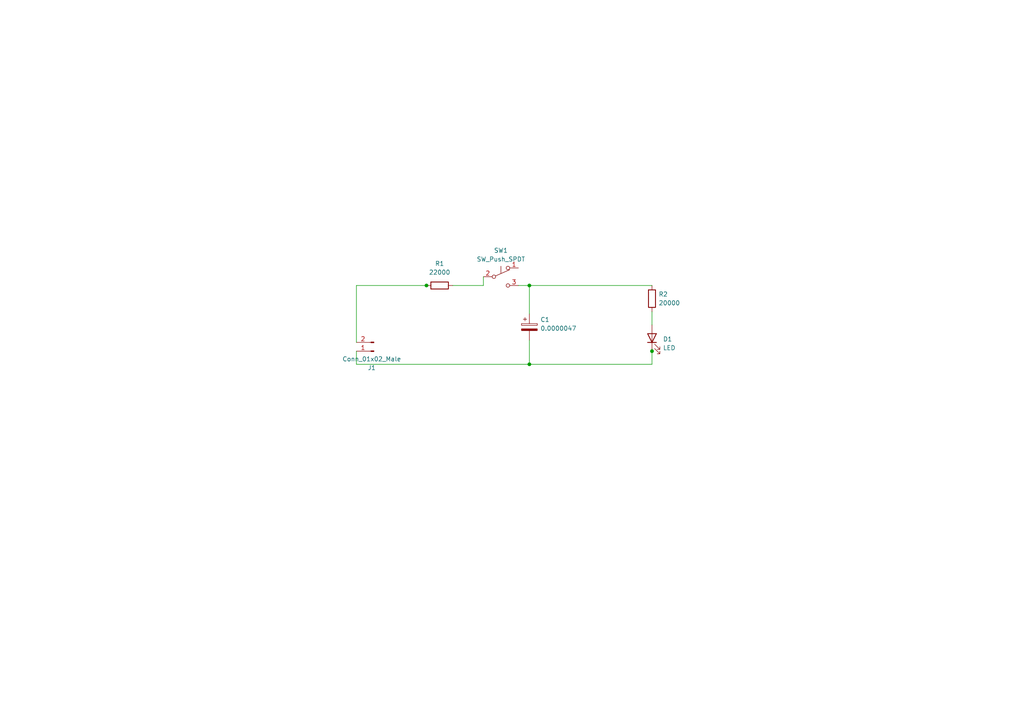
<source format=kicad_sch>
(kicad_sch (version 20211123) (generator eeschema)
  (paper "A4")
  (lib_symbols
    (symbol "Connector:Conn_01x02_Male" (pin_names (offset 1.016) hide)
      (property "Reference" "J" (at 0 2.54 0))
      (property "Value" "Conn_01x02_Male" (at 0 -5.08 0))
      (symbol "Conn_01x02_Male_1_1"
        (polyline (pts (xy 1.27 -2.54) (xy 0.8636 -2.54)) (stroke (width 0.1524)))
        (polyline (pts (xy 1.27 0) (xy 0.8636 0)) (stroke (width 0.1524)))
        (rectangle (start 0.8636 -2.413) (end 0 -2.667) (stroke (width 0.1524)) (fill (type outline)))
        (rectangle (start 0.8636 0.127) (end 0 -0.127) (stroke (width 0.1524)) (fill (type outline)))
        (pin passive line (at 5.08 0 180) (length 3.81) (name "Pin_1") (number "1"))
        (pin passive line (at 5.08 -2.54 180) (length 3.81) (name "Pin_2") (number "2"))
      )
    )
    (symbol "Device:C_Polarized" (pin_numbers hide) (pin_names (offset 0.254))
      (property "Reference" "C" (at 0.635 2.54 0))
      (property "Value" "C_Polarized" (at 0.635 -2.54 0))
      (symbol "C_Polarized_0_1"
        (rectangle (start -2.286 0.508) (end 2.286 1.016))
        (polyline (pts (xy -1.778 2.286) (xy -0.762 2.286)))
        (polyline (pts (xy -1.27 2.794) (xy -1.27 1.778)))
        (rectangle (start 2.286 -0.508) (end -2.286 -1.016) (fill (type outline)))
      )
      (symbol "C_Polarized_1_1"
        (pin passive line (at 0 3.81 270) (length 2.794) (name "~") (number "1"))
        (pin passive line (at 0 -3.81 90) (length 2.794) (name "~") (number "2"))
      )
    )
    (symbol "Device:LED" (pin_numbers hide) (pin_names (offset 1.016) hide)
      (property "Reference" "D" (at 0 2.54 0))
      (property "Value" "LED" (at 0 -2.54 0))
      (symbol "LED_0_1"
        (polyline (pts (xy -1.27 -1.27) (xy -1.27 1.27)) (stroke (width 0.254)))
        (polyline (pts (xy -1.27 0) (xy 1.27 0)))
        (polyline (pts (xy 1.27 -1.27) (xy 1.27 1.27) (xy -1.27 0) (xy 1.27 -1.27)) (stroke (width 0.254)))
        (polyline (pts (xy -3.048 -0.762) (xy -4.572 -2.286) (xy -3.81 -2.286) (xy -4.572 -2.286) (xy -4.572 -1.524)))
        (polyline (pts (xy -1.778 -0.762) (xy -3.302 -2.286) (xy -2.54 -2.286) (xy -3.302 -2.286) (xy -3.302 -1.524)))
      )
      (symbol "LED_1_1"
        (pin passive line (at -3.81 0 0) (length 2.54) (name "K") (number "1"))
        (pin passive line (at 3.81 0 180) (length 2.54) (name "A") (number "2"))
      )
    )
    (symbol "Device:R" (pin_numbers hide) (pin_names (offset 0))
      (property "Reference" "R" (at 2.032 0 90))
      (property "Value" "R" (at 0 0 90))
      (symbol "R_0_1"
        (rectangle (start -1.016 -2.54) (end 1.016 2.54) (stroke (width 0.254)))
      )
      (symbol "R_1_1"
        (pin passive line (at 0 3.81 270) (length 1.27) (name "~") (number "1"))
        (pin passive line (at 0 -3.81 90) (length 1.27) (name "~") (number "2"))
      )
    )
    (symbol "Switch:SW_Push_SPDT" (pin_names (offset 0) hide)
      (property "Reference" "SW" (at 0 4.318 0))
      (property "Value" "SW_Push_SPDT" (at 0 -5.08 0))
      (symbol "SW_Push_SPDT_0_0"
        (circle (center -2.032 0) (radius 0.508))
        (polyline (pts (xy 0 1.016) (xy 0 3.048)))
        (circle (center 2.032 -2.54) (radius 0.508))
      )
      (symbol "SW_Push_SPDT_0_1"
        (polyline (pts (xy -1.524 0.254) (xy 2.54 2.032)))
        (circle (center 2.032 2.54) (radius 0.508))
      )
      (symbol "SW_Push_SPDT_1_1"
        (pin passive line (at 5.08 2.54 180) (length 2.54) (name "A") (number "1"))
        (pin passive line (at -5.08 0 0) (length 2.54) (name "B") (number "2"))
        (pin passive line (at 5.08 -2.54 180) (length 2.54) (name "C") (number "3"))
      )
    )
  )
  (junction (at 153.543 105.664))
  (junction (at 189.103 101.854))
  (junction (at 153.543 82.804))
  (junction (at 123.698 82.804))
  (wire (pts (xy 153.543 105.664) (xy 189.103 105.664)))
  (wire (pts (xy 189.103 101.854) (xy 189.103 105.664)))
  (wire (pts (xy 103.378 82.804) (xy 123.698 82.804)))
  (wire (pts (xy 153.543 82.804) (xy 153.543 91.059)))
  (wire (pts (xy 103.378 101.854) (xy 103.378 105.664)))
  (wire (pts (xy 153.543 82.804) (xy 189.103 82.804)))
  (wire (pts (xy 131.318 82.804) (xy 140.208 82.804)))
  (wire (pts (xy 103.378 82.804) (xy 103.378 99.314)))
  (wire (pts (xy 103.378 105.664) (xy 153.543 105.664)))
  (wire (pts (xy 153.543 98.679) (xy 153.543 105.664)))
  (wire (pts (xy 140.208 82.804) (xy 140.208 80.264)))
  (wire (pts (xy 189.103 101.219) (xy 189.103 101.854)))
  (wire (pts (xy 150.368 82.804) (xy 153.543 82.804)))
  (wire (pts (xy 189.103 90.424) (xy 189.103 94.234)))
  (wire (pts (xy 123.698 82.804) (xy 123.698 82.931)))
  (symbol (lib_id "Switch:SW_Push_SPDT") (at 145.288 80.264 0) (unit 1)
    (property "Reference" "SW1" (at 145.288 72.644 0))
    (property "Value" "SW_Push_SPDT" (at 145.288 75.184 0))
    (property "Footprint" "Button_Switch_THT:SW_E-Switch_EG1224_SPDT_Angled" (effects hide))
  )
  (symbol (lib_id "Device:LED") (at 189.103 98.044 90) (unit 1)
    (property "Reference" "D1" (at 192.278 98.3614 90) (effects (justify right)))
    (property "Value" "LED" (at 192.278 100.9014 90) (effects (justify right)))
    (property "Footprint" "LED_THT:LED_D5.0mm" (effects hide))
  )
  (symbol (lib_id "Device:R") (at 189.103 86.614 180) (unit 1)
    (property "Reference" "R2" (at 191.008 85.3439 0) (effects (justify right)))
    (property "Value" "20000" (at 191.008 87.8839 0) (effects (justify right)))
    (property "Footprint" "Resistor_THT:R_Axial_DIN0516_L15.5mm_D5.0mm_P20.32mm_Horizontal" (effects hide))
  )
  (symbol (lib_id "Device:C_Polarized") (at 153.543 94.869 0) (unit 1)
    (property "Reference" "C1" (at 156.718 92.7099 0) (effects (justify left)))
    (property "Value" "0.0000047" (at 156.718 95.2499 0) (effects (justify left)))
    (property "Footprint" "Capacitor_THT:C_Radial_D5.0mm_H5.0mm_P2.00mm" (effects hide))
  )
  (symbol (lib_id "Connector:Conn_01x02_Male") (at 108.458 101.854 180) (unit 1)
    (property "Reference" "J1" (at 107.823 106.68 0))
    (property "Value" "Conn_01x02_Male" (at 107.823 104.14 0))
    (property "Footprint" "Connector_JST:JST_PH_B2B-PH-K_1x02_P2.00mm_Vertical" (effects hide))
  )
  (symbol (lib_id "Device:R") (at 127.508 82.804 270) (unit 1)
    (property "Reference" "R1" (at 127.508 76.454 90))
    (property "Value" "22000" (at 127.508 78.994 90))
    (property "Footprint" "Resistor_THT:R_Axial_DIN0516_L15.5mm_D5.0mm_P20.32mm_Horizontal" (effects hide))
  )
)
</source>
